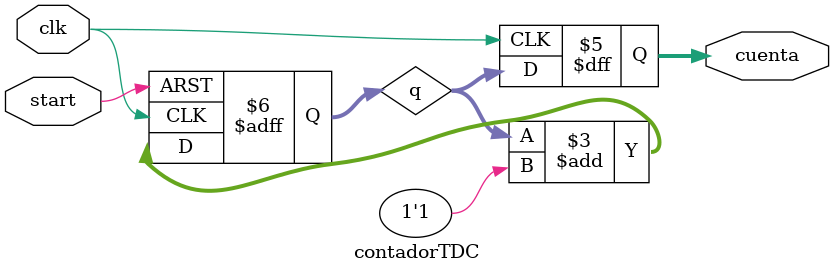
<source format=v>

`timescale 1ns / 1ps

module contadorTDC(start, clk, cuenta);

input start;
input clk;

output reg [7:0] cuenta;

reg [7:0] q;


always @(posedge clk, negedge start)
begin
	if (start == 0)
		q <= 0;
	else
		q <= q + 1'b1;
end

always @(posedge clk)
begin
	cuenta <= q;
end

endmodule

</source>
